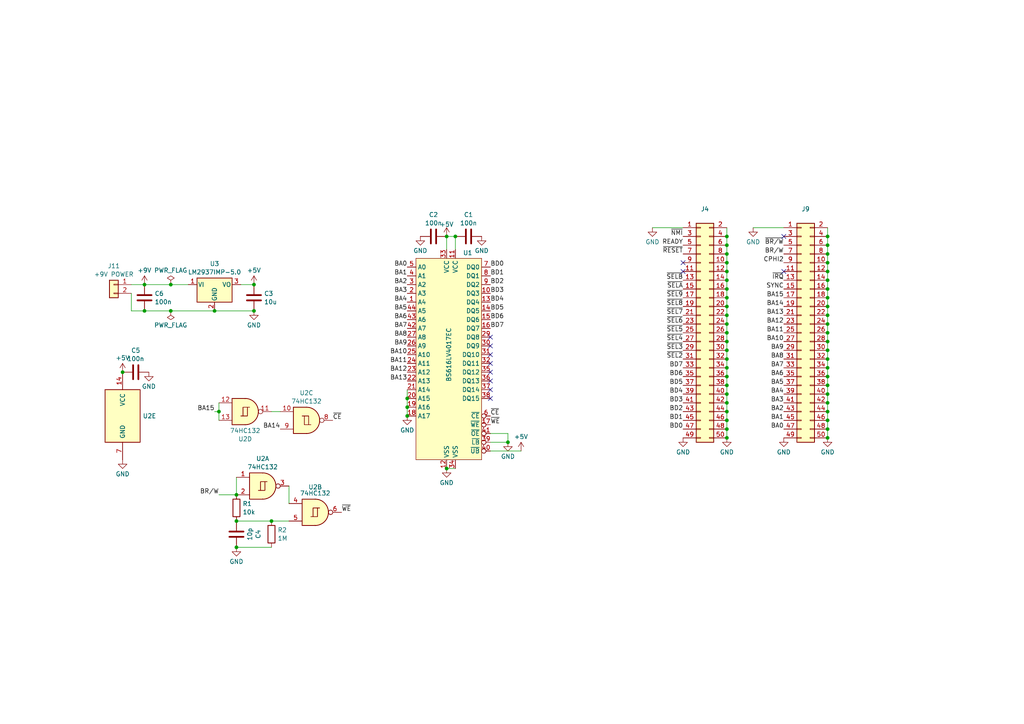
<source format=kicad_sch>
(kicad_sch (version 20230121) (generator eeschema)
  (paper "A4")
  (title_block (title "CBM PET SRAM Expansion") (date "2023-11-12") (rev "2") (company "CCC Basel"))
  (lib_symbols
    (symbol "74xx:74LS132" (pin_names (offset 1.016))
      (property "Reference" "U" (at 0 1.27 0))
      (property "Value" "74LS132" (at 0 -1.27 0))
      (symbol "74LS132_1_0"
        (polyline (pts (xy -0.635 -1.27) (xy -0.635 1.27) (xy 0.635 1.27)))
        (polyline (pts (xy -0.635 -1.27) (xy -0.635 1.27) (xy 0.635 1.27)))
        (polyline (pts (xy -1.27 -1.27) (xy 0.635 -1.27) (xy 0.635 1.27) (xy 1.27 1.27)))
        (polyline (pts (xy -1.27 -1.27) (xy 0.635 -1.27) (xy 0.635 1.27) (xy 1.27 1.27)))
      )
      (symbol "74LS132_1_1"
        (arc (start 0 -3.81) (mid 3.7934 0) (end 0 3.81) (stroke (width 0.254)) (fill (type background)))
        (polyline (pts (xy 0 3.81) (xy -3.81 3.81) (xy -3.81 -3.81) (xy 0 -3.81)) (stroke (width 0.254)) (fill (type background)))
        (pin input line (at -7.62 2.54 0) (length 3.81) (name "~") (number "1"))
        (pin input line (at -7.62 -2.54 0) (length 3.81) (name "~") (number "2"))
        (pin output inverted (at 7.62 0 180) (length 3.81) (name "~") (number "3"))
      )
      (symbol "74LS132_1_2"
        (arc (start -3.81 -3.81) (mid -2.589 0) (end -3.81 3.81) (stroke (width 0.254)))
        (arc (start -0.6096 -3.81) (mid 2.1842 -2.5851) (end 3.81 0) (stroke (width 0.254)) (fill (type background)))
        (polyline (pts (xy -3.81 -3.81) (xy -0.635 -3.81)) (stroke (width 0.254)) (fill (type background)))
        (polyline (pts (xy -3.81 3.81) (xy -0.635 3.81)) (stroke (width 0.254)) (fill (type background)))
        (polyline (pts (xy -0.635 3.81) (xy -3.81 3.81) (xy -3.81 3.81) (xy -3.556 3.4036) (xy -3.0226 2.2606) (xy -2.6924 1.0414) (xy -2.6162 -0.254) (xy -2.7686 -1.4986) (xy -3.175 -2.7178) (xy -3.81 -3.81) (xy -3.81 -3.81) (xy -0.635 -3.81)) (stroke (width -25.4)) (fill (type background)))
        (arc (start 3.81 0) (mid 2.1915 2.5936) (end -0.6096 3.81) (stroke (width 0.254)) (fill (type background)))
        (pin input inverted (at -7.62 2.54 0) (length 4.318) (name "~") (number "1"))
        (pin input inverted (at -7.62 -2.54 0) (length 4.318) (name "~") (number "2"))
        (pin output line (at 7.62 0 180) (length 3.81) (name "~") (number "3"))
      )
      (symbol "74LS132_2_0"
        (polyline (pts (xy -0.635 -1.27) (xy -0.635 1.27) (xy 0.635 1.27)))
        (polyline (pts (xy -0.635 -1.27) (xy -0.635 1.27) (xy 0.635 1.27)))
        (polyline (pts (xy -1.27 -1.27) (xy 0.635 -1.27) (xy 0.635 1.27) (xy 1.27 1.27)))
        (polyline (pts (xy -1.27 -1.27) (xy 0.635 -1.27) (xy 0.635 1.27) (xy 1.27 1.27)))
      )
      (symbol "74LS132_2_1"
        (arc (start 0 -3.81) (mid 3.7934 0) (end 0 3.81) (stroke (width 0.254)) (fill (type background)))
        (polyline (pts (xy 0 3.81) (xy -3.81 3.81) (xy -3.81 -3.81) (xy 0 -3.81)) (stroke (width 0.254)) (fill (type background)))
        (pin input line (at -7.62 2.54 0) (length 3.81) (name "~") (number "4"))
        (pin input line (at -7.62 -2.54 0) (length 3.81) (name "~") (number "5"))
        (pin output inverted (at 7.62 0 180) (length 3.81) (name "~") (number "6"))
      )
      (symbol "74LS132_2_2"
        (arc (start -3.81 -3.81) (mid -2.589 0) (end -3.81 3.81) (stroke (width 0.254)))
        (arc (start -0.6096 -3.81) (mid 2.1842 -2.5851) (end 3.81 0) (stroke (width 0.254)) (fill (type background)))
        (polyline (pts (xy -3.81 -3.81) (xy -0.635 -3.81)) (stroke (width 0.254)) (fill (type background)))
        (polyline (pts (xy -3.81 3.81) (xy -0.635 3.81)) (stroke (width 0.254)) (fill (type background)))
        (polyline (pts (xy -0.635 3.81) (xy -3.81 3.81) (xy -3.81 3.81) (xy -3.556 3.4036) (xy -3.0226 2.2606) (xy -2.6924 1.0414) (xy -2.6162 -0.254) (xy -2.7686 -1.4986) (xy -3.175 -2.7178) (xy -3.81 -3.81) (xy -3.81 -3.81) (xy -0.635 -3.81)) (stroke (width -25.4)) (fill (type background)))
        (arc (start 3.81 0) (mid 2.1915 2.5936) (end -0.6096 3.81) (stroke (width 0.254)) (fill (type background)))
        (pin input inverted (at -7.62 2.54 0) (length 4.318) (name "~") (number "4"))
        (pin input inverted (at -7.62 -2.54 0) (length 4.318) (name "~") (number "5"))
        (pin output line (at 7.62 0 180) (length 3.81) (name "~") (number "6"))
      )
      (symbol "74LS132_3_0"
        (polyline (pts (xy -0.635 -1.27) (xy -0.635 1.27) (xy 0.635 1.27)))
        (polyline (pts (xy -0.635 -1.27) (xy -0.635 1.27) (xy 0.635 1.27)))
        (polyline (pts (xy -1.27 -1.27) (xy 0.635 -1.27) (xy 0.635 1.27) (xy 1.27 1.27)))
        (polyline (pts (xy -1.27 -1.27) (xy 0.635 -1.27) (xy 0.635 1.27) (xy 1.27 1.27)))
      )
      (symbol "74LS132_3_1"
        (arc (start 0 -3.81) (mid 3.7934 0) (end 0 3.81) (stroke (width 0.254)) (fill (type background)))
        (polyline (pts (xy 0 3.81) (xy -3.81 3.81) (xy -3.81 -3.81) (xy 0 -3.81)) (stroke (width 0.254)) (fill (type background)))
        (pin input line (at -7.62 -2.54 0) (length 3.81) (name "~") (number "10"))
        (pin output inverted (at 7.62 0 180) (length 3.81) (name "~") (number "8"))
        (pin input line (at -7.62 2.54 0) (length 3.81) (name "~") (number "9"))
      )
      (symbol "74LS132_3_2"
        (arc (start -3.81 -3.81) (mid -2.589 0) (end -3.81 3.81) (stroke (width 0.254)))
        (arc (start -0.6096 -3.81) (mid 2.1842 -2.5851) (end 3.81 0) (stroke (width 0.254)) (fill (type background)))
        (polyline (pts (xy -3.81 -3.81) (xy -0.635 -3.81)) (stroke (width 0.254)) (fill (type background)))
        (polyline (pts (xy -3.81 3.81) (xy -0.635 3.81)) (stroke (width 0.254)) (fill (type background)))
        (polyline (pts (xy -0.635 3.81) (xy -3.81 3.81) (xy -3.81 3.81) (xy -3.556 3.4036) (xy -3.0226 2.2606) (xy -2.6924 1.0414) (xy -2.6162 -0.254) (xy -2.7686 -1.4986) (xy -3.175 -2.7178) (xy -3.81 -3.81) (xy -3.81 -3.81) (xy -0.635 -3.81)) (stroke (width -25.4)) (fill (type background)))
        (arc (start 3.81 0) (mid 2.1915 2.5936) (end -0.6096 3.81) (stroke (width 0.254)) (fill (type background)))
        (pin input inverted (at -7.62 -2.54 0) (length 4.318) (name "~") (number "10"))
        (pin output line (at 7.62 0 180) (length 3.81) (name "~") (number "8"))
        (pin input inverted (at -7.62 2.54 0) (length 4.318) (name "~") (number "9"))
      )
      (symbol "74LS132_4_0"
        (polyline (pts (xy -0.635 -1.27) (xy -0.635 1.27) (xy 0.635 1.27)))
        (polyline (pts (xy -0.635 -1.27) (xy -0.635 1.27) (xy 0.635 1.27)))
        (polyline (pts (xy -1.27 -1.27) (xy 0.635 -1.27) (xy 0.635 1.27) (xy 1.27 1.27)))
        (polyline (pts (xy -1.27 -1.27) (xy 0.635 -1.27) (xy 0.635 1.27) (xy 1.27 1.27)))
      )
      (symbol "74LS132_4_1"
        (arc (start 0 -3.81) (mid 3.7934 0) (end 0 3.81) (stroke (width 0.254)) (fill (type background)))
        (polyline (pts (xy 0 3.81) (xy -3.81 3.81) (xy -3.81 -3.81) (xy 0 -3.81)) (stroke (width 0.254)) (fill (type background)))
        (pin output inverted (at 7.62 0 180) (length 3.81) (name "~") (number "11"))
        (pin input line (at -7.62 2.54 0) (length 3.81) (name "~") (number "12"))
        (pin input line (at -7.62 -2.54 0) (length 3.81) (name "~") (number "13"))
      )
      (symbol "74LS132_4_2"
        (arc (start -3.81 -3.81) (mid -2.589 0) (end -3.81 3.81) (stroke (width 0.254)))
        (arc (start -0.6096 -3.81) (mid 2.1842 -2.5851) (end 3.81 0) (stroke (width 0.254)) (fill (type background)))
        (polyline (pts (xy -3.81 -3.81) (xy -0.635 -3.81)) (stroke (width 0.254)) (fill (type background)))
        (polyline (pts (xy -3.81 3.81) (xy -0.635 3.81)) (stroke (width 0.254)) (fill (type background)))
        (polyline (pts (xy -0.635 3.81) (xy -3.81 3.81) (xy -3.81 3.81) (xy -3.556 3.4036) (xy -3.0226 2.2606) (xy -2.6924 1.0414) (xy -2.6162 -0.254) (xy -2.7686 -1.4986) (xy -3.175 -2.7178) (xy -3.81 -3.81) (xy -3.81 -3.81) (xy -0.635 -3.81)) (stroke (width -25.4)) (fill (type background)))
        (arc (start 3.81 0) (mid 2.1915 2.5936) (end -0.6096 3.81) (stroke (width 0.254)) (fill (type background)))
        (pin output line (at 7.62 0 180) (length 3.81) (name "~") (number "11"))
        (pin input inverted (at -7.62 2.54 0) (length 4.318) (name "~") (number "12"))
        (pin input inverted (at -7.62 -2.54 0) (length 4.318) (name "~") (number "13"))
      )
      (symbol "74LS132_5_0"
        (pin power_in line (at 0 12.7 270) (length 5.08) (name "VCC") (number "14"))
        (pin power_in line (at 0 -12.7 90) (length 5.08) (name "GND") (number "7"))
      )
      (symbol "74LS132_5_1"
        (rectangle (start -5.08 7.62) (end 5.08 -7.62) (stroke (width 0.254)) (fill (type background)))
      )
    )
    (symbol "Connector_Generic:Conn_01x02" (pin_names (offset 1.016) hide)
      (property "Reference" "J" (at 0 2.54 0))
      (property "Value" "Conn_01x02" (at 0 -5.08 0))
      (symbol "Conn_01x02_1_1"
        (rectangle (start -1.27 -2.413) (end 0 -2.667) (stroke (width 0.1524)))
        (rectangle (start -1.27 0.127) (end 0 -0.127) (stroke (width 0.1524)))
        (rectangle (start -1.27 1.27) (end 1.27 -3.81) (stroke (width 0.254)) (fill (type background)))
        (pin passive line (at -5.08 0 0) (length 3.81) (name "Pin_1") (number "1"))
        (pin passive line (at -5.08 -2.54 0) (length 3.81) (name "Pin_2") (number "2"))
      )
    )
    (symbol "Connector_Generic:Conn_02x25_Odd_Even" (pin_names (offset 1.016) hide)
      (property "Reference" "J" (at 1.27 33.02 0))
      (property "Value" "Conn_02x25_Odd_Even" (at 1.27 -33.02 0))
      (symbol "Conn_02x25_Odd_Even_1_1"
        (rectangle (start -1.27 -30.353) (end 0 -30.607) (stroke (width 0.1524)))
        (rectangle (start -1.27 -27.813) (end 0 -28.067) (stroke (width 0.1524)))
        (rectangle (start -1.27 -25.273) (end 0 -25.527) (stroke (width 0.1524)))
        (rectangle (start -1.27 -22.733) (end 0 -22.987) (stroke (width 0.1524)))
        (rectangle (start -1.27 -20.193) (end 0 -20.447) (stroke (width 0.1524)))
        (rectangle (start -1.27 -17.653) (end 0 -17.907) (stroke (width 0.1524)))
        (rectangle (start -1.27 -15.113) (end 0 -15.367) (stroke (width 0.1524)))
        (rectangle (start -1.27 -12.573) (end 0 -12.827) (stroke (width 0.1524)))
        (rectangle (start -1.27 -10.033) (end 0 -10.287) (stroke (width 0.1524)))
        (rectangle (start -1.27 -7.493) (end 0 -7.747) (stroke (width 0.1524)))
        (rectangle (start -1.27 -4.953) (end 0 -5.207) (stroke (width 0.1524)))
        (rectangle (start -1.27 -2.413) (end 0 -2.667) (stroke (width 0.1524)))
        (rectangle (start -1.27 0.127) (end 0 -0.127) (stroke (width 0.1524)))
        (rectangle (start -1.27 2.667) (end 0 2.413) (stroke (width 0.1524)))
        (rectangle (start -1.27 5.207) (end 0 4.953) (stroke (width 0.1524)))
        (rectangle (start -1.27 7.747) (end 0 7.493) (stroke (width 0.1524)))
        (rectangle (start -1.27 10.287) (end 0 10.033) (stroke (width 0.1524)))
        (rectangle (start -1.27 12.827) (end 0 12.573) (stroke (width 0.1524)))
        (rectangle (start -1.27 15.367) (end 0 15.113) (stroke (width 0.1524)))
        (rectangle (start -1.27 17.907) (end 0 17.653) (stroke (width 0.1524)))
        (rectangle (start -1.27 20.447) (end 0 20.193) (stroke (width 0.1524)))
        (rectangle (start -1.27 22.987) (end 0 22.733) (stroke (width 0.1524)))
        (rectangle (start -1.27 25.527) (end 0 25.273) (stroke (width 0.1524)))
        (rectangle (start -1.27 28.067) (end 0 27.813) (stroke (width 0.1524)))
        (rectangle (start -1.27 30.607) (end 0 30.353) (stroke (width 0.1524)))
        (rectangle (start -1.27 31.75) (end 3.81 -31.75) (stroke (width 0.254)) (fill (type background)))
        (rectangle (start 3.81 -30.353) (end 2.54 -30.607) (stroke (width 0.1524)))
        (rectangle (start 3.81 -27.813) (end 2.54 -28.067) (stroke (width 0.1524)))
        (rectangle (start 3.81 -25.273) (end 2.54 -25.527) (stroke (width 0.1524)))
        (rectangle (start 3.81 -22.733) (end 2.54 -22.987) (stroke (width 0.1524)))
        (rectangle (start 3.81 -20.193) (end 2.54 -20.447) (stroke (width 0.1524)))
        (rectangle (start 3.81 -17.653) (end 2.54 -17.907) (stroke (width 0.1524)))
        (rectangle (start 3.81 -15.113) (end 2.54 -15.367) (stroke (width 0.1524)))
        (rectangle (start 3.81 -12.573) (end 2.54 -12.827) (stroke (width 0.1524)))
        (rectangle (start 3.81 -10.033) (end 2.54 -10.287) (stroke (width 0.1524)))
        (rectangle (start 3.81 -7.493) (end 2.54 -7.747) (stroke (width 0.1524)))
        (rectangle (start 3.81 -4.953) (end 2.54 -5.207) (stroke (width 0.1524)))
        (rectangle (start 3.81 -2.413) (end 2.54 -2.667) (stroke (width 0.1524)))
        (rectangle (start 3.81 0.127) (end 2.54 -0.127) (stroke (width 0.1524)))
        (rectangle (start 3.81 2.667) (end 2.54 2.413) (stroke (width 0.1524)))
        (rectangle (start 3.81 5.207) (end 2.54 4.953) (stroke (width 0.1524)))
        (rectangle (start 3.81 7.747) (end 2.54 7.493) (stroke (width 0.1524)))
        (rectangle (start 3.81 10.287) (end 2.54 10.033) (stroke (width 0.1524)))
        (rectangle (start 3.81 12.827) (end 2.54 12.573) (stroke (width 0.1524)))
        (rectangle (start 3.81 15.367) (end 2.54 15.113) (stroke (width 0.1524)))
        (rectangle (start 3.81 17.907) (end 2.54 17.653) (stroke (width 0.1524)))
        (rectangle (start 3.81 20.447) (end 2.54 20.193) (stroke (width 0.1524)))
        (rectangle (start 3.81 22.987) (end 2.54 22.733) (stroke (width 0.1524)))
        (rectangle (start 3.81 25.527) (end 2.54 25.273) (stroke (width 0.1524)))
        (rectangle (start 3.81 28.067) (end 2.54 27.813) (stroke (width 0.1524)))
        (rectangle (start 3.81 30.607) (end 2.54 30.353) (stroke (width 0.1524)))
        (pin passive line (at -5.08 30.48 0) (length 3.81) (name "Pin_1") (number "1"))
        (pin passive line (at 7.62 20.32 180) (length 3.81) (name "Pin_10") (number "10"))
        (pin passive line (at -5.08 17.78 0) (length 3.81) (name "Pin_11") (number "11"))
        (pin passive line (at 7.62 17.78 180) (length 3.81) (name "Pin_12") (number "12"))
        (pin passive line (at -5.08 15.24 0) (length 3.81) (name "Pin_13") (number "13"))
        (pin passive line (at 7.62 15.24 180) (length 3.81) (name "Pin_14") (number "14"))
        (pin passive line (at -5.08 12.7 0) (length 3.81) (name "Pin_15") (number "15"))
        (pin passive line (at 7.62 12.7 180) (length 3.81) (name "Pin_16") (number "16"))
        (pin passive line (at -5.08 10.16 0) (length 3.81) (name "Pin_17") (number "17"))
        (pin passive line (at 7.62 10.16 180) (length 3.81) (name "Pin_18") (number "18"))
        (pin passive line (at -5.08 7.62 0) (length 3.81) (name "Pin_19") (number "19"))
        (pin passive line (at 7.62 30.48 180) (length 3.81) (name "Pin_2") (number "2"))
        (pin passive line (at 7.62 7.62 180) (length 3.81) (name "Pin_20") (number "20"))
        (pin passive line (at -5.08 5.08 0) (length 3.81) (name "Pin_21") (number "21"))
        (pin passive line (at 7.62 5.08 180) (length 3.81) (name "Pin_22") (number "22"))
        (pin passive line (at -5.08 2.54 0) (length 3.81) (name "Pin_23") (number "23"))
        (pin passive line (at 7.62 2.54 180) (length 3.81) (name "Pin_24") (number "24"))
        (pin passive line (at -5.08 0 0) (length 3.81) (name "Pin_25") (number "25"))
        (pin passive line (at 7.62 0 180) (length 3.81) (name "Pin_26") (number "26"))
        (pin passive line (at -5.08 -2.54 0) (length 3.81) (name "Pin_27") (number "27"))
        (pin passive line (at 7.62 -2.54 180) (length 3.81) (name "Pin_28") (number "28"))
        (pin passive line (at -5.08 -5.08 0) (length 3.81) (name "Pin_29") (number "29"))
        (pin passive line (at -5.08 27.94 0) (length 3.81) (name "Pin_3") (number "3"))
        (pin passive line (at 7.62 -5.08 180) (length 3.81) (name "Pin_30") (number "30"))
        (pin passive line (at -5.08 -7.62 0) (length 3.81) (name "Pin_31") (number "31"))
        (pin passive line (at 7.62 -7.62 180) (length 3.81) (name "Pin_32") (number "32"))
        (pin passive line (at -5.08 -10.16 0) (length 3.81) (name "Pin_33") (number "33"))
        (pin passive line (at 7.62 -10.16 180) (length 3.81) (name "Pin_34") (number "34"))
        (pin passive line (at -5.08 -12.7 0) (length 3.81) (name "Pin_35") (number "35"))
        (pin passive line (at 7.62 -12.7 180) (length 3.81) (name "Pin_36") (number "36"))
        (pin passive line (at -5.08 -15.24 0) (length 3.81) (name "Pin_37") (number "37"))
        (pin passive line (at 7.62 -15.24 180) (length 3.81) (name "Pin_38") (number "38"))
        (pin passive line (at -5.08 -17.78 0) (length 3.81) (name "Pin_39") (number "39"))
        (pin passive line (at 7.62 27.94 180) (length 3.81) (name "Pin_4") (number "4"))
        (pin passive line (at 7.62 -17.78 180) (length 3.81) (name "Pin_40") (number "40"))
        (pin passive line (at -5.08 -20.32 0) (length 3.81) (name "Pin_41") (number "41"))
        (pin passive line (at 7.62 -20.32 180) (length 3.81) (name "Pin_42") (number "42"))
        (pin passive line (at -5.08 -22.86 0) (length 3.81) (name "Pin_43") (number "43"))
        (pin passive line (at 7.62 -22.86 180) (length 3.81) (name "Pin_44") (number "44"))
        (pin passive line (at -5.08 -25.4 0) (length 3.81) (name "Pin_45") (number "45"))
        (pin passive line (at 7.62 -25.4 180) (length 3.81) (name "Pin_46") (number "46"))
        (pin passive line (at -5.08 -27.94 0) (length 3.81) (name "Pin_47") (number "47"))
        (pin passive line (at 7.62 -27.94 180) (length 3.81) (name "Pin_48") (number "48"))
        (pin passive line (at -5.08 -30.48 0) (length 3.81) (name "Pin_49") (number "49"))
        (pin passive line (at -5.08 25.4 0) (length 3.81) (name "Pin_5") (number "5"))
        (pin passive line (at 7.62 -30.48 180) (length 3.81) (name "Pin_50") (number "50"))
        (pin passive line (at 7.62 25.4 180) (length 3.81) (name "Pin_6") (number "6"))
        (pin passive line (at -5.08 22.86 0) (length 3.81) (name "Pin_7") (number "7"))
        (pin passive line (at 7.62 22.86 180) (length 3.81) (name "Pin_8") (number "8"))
        (pin passive line (at -5.08 20.32 0) (length 3.81) (name "Pin_9") (number "9"))
      )
    )
    (symbol "Device:C" (pin_numbers hide) (pin_names (offset 0.254))
      (property "Reference" "C" (at 0.635 2.54 0))
      (property "Value" "C" (at 0.635 -2.54 0))
      (symbol "C_0_1"
        (polyline (pts (xy -2.032 -0.762) (xy 2.032 -0.762)) (stroke (width 0.508)))
        (polyline (pts (xy -2.032 0.762) (xy 2.032 0.762)) (stroke (width 0.508)))
      )
      (symbol "C_1_1"
        (pin passive line (at 0 3.81 270) (length 2.794) (name "~") (number "1"))
        (pin passive line (at 0 -3.81 90) (length 2.794) (name "~") (number "2"))
      )
    )
    (symbol "Device:R" (pin_numbers hide) (pin_names (offset 0))
      (property "Reference" "R" (at 2.032 0 90))
      (property "Value" "R" (at 0 0 90))
      (symbol "R_0_1"
        (rectangle (start -1.016 -2.54) (end 1.016 2.54) (stroke (width 0.254)))
      )
      (symbol "R_1_1"
        (pin passive line (at 0 3.81 270) (length 1.27) (name "~") (number "1"))
        (pin passive line (at 0 -3.81 90) (length 1.27) (name "~") (number "2"))
      )
    )
    (symbol "Regulator_Linear:LM2937xMP" (pin_names (offset 0.254))
      (property "Reference" "U" (at -3.81 3.175 0))
      (property "Value" "LM2937xMP" (at 0 3.175 0))
      (symbol "LM2937xMP_0_1"
        (rectangle (start -5.08 -5.08) (end 5.08 1.905) (stroke (width 0.254)) (fill (type background)))
      )
      (symbol "LM2937xMP_1_1"
        (pin power_in line (at -7.62 0 0) (length 2.54) (name "VI") (number "1"))
        (pin power_in line (at 0 -7.62 90) (length 2.54) (name "GND") (number "2"))
        (pin power_out line (at 7.62 0 180) (length 2.54) (name "VO") (number "3"))
      )
    )
    (symbol "oni:BS616LV4017EC"
      (property "Reference" "U" (at 5.08 -30.48 0))
      (property "Value" "BS616LV4017EC" (at 0 0 90))
      (symbol "BS616LV4017EC_1_1"
        (rectangle (start -10.16 29.21) (end 8.89 -29.21) (fill (type background)))
        (pin input line (at -12.7 16.51 0) (length 2.54) (name "A4") (number "1"))
        (pin tri_state line (at 11.43 19.05 180) (length 2.54) (name "DQ3") (number "10"))
        (pin power_in line (at 1.27 31.75 270) (length 2.54) (name "VCC") (number "11"))
        (pin power_in line (at -1.27 -31.75 90) (length 2.54) (name "VSS") (number "12"))
        (pin tri_state line (at 11.43 16.51 180) (length 2.54) (name "DQ4") (number "13"))
        (pin tri_state line (at 11.43 13.97 180) (length 2.54) (name "DQ5") (number "14"))
        (pin tri_state line (at 11.43 11.43 180) (length 2.54) (name "DQ6") (number "15"))
        (pin tri_state line (at 11.43 8.89 180) (length 2.54) (name "DQ7") (number "16"))
        (pin input inverted (at 11.43 -19.05 180) (length 2.54) (name "~{WE}") (number "17"))
        (pin input line (at -12.7 -16.51 0) (length 2.54) (name "A17") (number "18"))
        (pin input line (at -12.7 -13.97 0) (length 2.54) (name "A16") (number "19"))
        (pin input line (at -12.7 19.05 0) (length 2.54) (name "A3") (number "2"))
        (pin input line (at -12.7 -11.43 0) (length 2.54) (name "A15") (number "20"))
        (pin input line (at -12.7 -8.89 0) (length 2.54) (name "A14") (number "21"))
        (pin input line (at -12.7 -6.35 0) (length 2.54) (name "A13") (number "22"))
        (pin input line (at -12.7 -3.81 0) (length 2.54) (name "A12") (number "23"))
        (pin input line (at -12.7 -1.27 0) (length 2.54) (name "A11") (number "24"))
        (pin input line (at -12.7 1.27 0) (length 2.54) (name "A10") (number "25"))
        (pin input line (at -12.7 3.81 0) (length 2.54) (name "A9") (number "26"))
        (pin input line (at -12.7 6.35 0) (length 2.54) (name "A8") (number "27"))
        (pin no_connect line (at -12.7 -26.67 0) (length 2.54) hide (name "NC") (number "28"))
        (pin tri_state line (at 11.43 6.35 180) (length 2.54) (name "DQ8") (number "29"))
        (pin input line (at -12.7 21.59 0) (length 2.54) (name "A2") (number "3"))
        (pin tri_state line (at 11.43 3.81 180) (length 2.54) (name "DQ9") (number "30"))
        (pin tri_state line (at 11.43 1.27 180) (length 2.54) (name "DQ10") (number "31"))
        (pin tri_state line (at 11.43 -1.27 180) (length 2.54) (name "DQ11") (number "32"))
        (pin power_in line (at -1.27 31.75 270) (length 2.54) (name "VCC") (number "33"))
        (pin power_in line (at 1.27 -31.75 90) (length 2.54) (name "VSS") (number "34"))
        (pin tri_state line (at 11.43 -3.81 180) (length 2.54) (name "DQ12") (number "35"))
        (pin tri_state line (at 11.43 -6.35 180) (length 2.54) (name "DQ13") (number "36"))
        (pin tri_state line (at 11.43 -8.89 180) (length 2.54) (name "DQ14") (number "37"))
        (pin tri_state line (at 11.43 -11.43 180) (length 2.54) (name "DQ15") (number "38"))
        (pin input inverted (at 11.43 -24.13 180) (length 2.54) (name "~{LB}") (number "39"))
        (pin input line (at -12.7 24.13 0) (length 2.54) (name "A1") (number "4"))
        (pin input inverted (at 11.43 -26.67 180) (length 2.54) (name "~{UB}") (number "40"))
        (pin input inverted (at 11.43 -21.59 180) (length 2.54) (name "~{OE}") (number "41"))
        (pin input line (at -12.7 8.89 0) (length 2.54) (name "A7") (number "42"))
        (pin input line (at -12.7 11.43 0) (length 2.54) (name "A6") (number "43"))
        (pin input line (at -12.7 13.97 0) (length 2.54) (name "A5") (number "44"))
        (pin input line (at -12.7 26.67 0) (length 2.54) (name "A0") (number "5"))
        (pin input inverted (at 11.43 -16.51 180) (length 2.54) (name "~{CE}") (number "6"))
        (pin tri_state line (at 11.43 26.67 180) (length 2.54) (name "DQ0") (number "7"))
        (pin tri_state line (at 11.43 24.13 180) (length 2.54) (name "DQ1") (number "8"))
        (pin tri_state line (at 11.43 21.59 180) (length 2.54) (name "DQ2") (number "9"))
      )
    )
    (symbol "power:+5V" (power) (pin_names (offset 0))
      (property "Value" "+5V" (at 0 3.556 0))
      (symbol "+5V_0_1"
        (polyline (pts (xy -0.762 1.27) (xy 0 2.54)))
        (polyline (pts (xy 0 0) (xy 0 2.54)))
        (polyline (pts (xy 0 2.54) (xy 0.762 1.27)))
      )
      (symbol "+5V_1_1"
        (pin power_in line (at 0 0 90) (length 0) hide (name "+5V") (number "1"))
      )
    )
    (symbol "power:+9V" (power) (pin_names (offset 0))
      (property "Value" "+9V" (at 0 3.556 0))
      (symbol "+9V_0_1"
        (polyline (pts (xy -0.762 1.27) (xy 0 2.54)))
        (polyline (pts (xy 0 0) (xy 0 2.54)))
        (polyline (pts (xy 0 2.54) (xy 0.762 1.27)))
      )
      (symbol "+9V_1_1"
        (pin power_in line (at 0 0 90) (length 0) hide (name "+9V") (number "1"))
      )
    )
    (symbol "power:GND" (power) (pin_names (offset 0))
      (property "Value" "GND" (at 0 -3.81 0))
      (symbol "GND_0_1"
        (polyline (pts (xy 0 0) (xy 0 -1.27) (xy 1.27 -1.27) (xy 0 -2.54) (xy -1.27 -1.27) (xy 0 -1.27)))
      )
      (symbol "GND_1_1"
        (pin power_in line (at 0 0 270) (length 0) hide (name "GND") (number "1"))
      )
    )
    (symbol "power:PWR_FLAG" (power) (pin_numbers hide) (pin_names (offset 0) hide)
      (property "Value" "PWR_FLAG" (at 0 3.81 0))
      (symbol "PWR_FLAG_0_0"
        (pin power_out line (at 0 0 90) (length 0) (name "pwr") (number "1"))
      )
      (symbol "PWR_FLAG_0_1"
        (polyline (pts (xy 0 0) (xy 0 1.27) (xy -1.016 1.905) (xy 0 2.54) (xy 1.016 1.905) (xy 0 1.27)))
      )
    )
  )
  (junction (at 68.58 151.13))
  (junction (at 240.03 91.44))
  (junction (at 240.03 109.22))
  (junction (at 49.53 90.17))
  (junction (at 240.03 116.84))
  (junction (at 210.82 88.9))
  (junction (at 240.03 93.98))
  (junction (at 210.82 111.76))
  (junction (at 240.03 81.28))
  (junction (at 240.03 68.58))
  (junction (at 240.03 119.38))
  (junction (at 240.03 88.9))
  (junction (at 73.66 90.17))
  (junction (at 210.82 124.46))
  (junction (at 129.54 135.89))
  (junction (at 210.82 86.36))
  (junction (at 118.11 115.57))
  (junction (at 68.58 143.51))
  (junction (at 240.03 71.12))
  (junction (at 240.03 124.46))
  (junction (at 118.11 120.65))
  (junction (at 68.58 158.75))
  (junction (at 240.03 83.82))
  (junction (at 210.82 68.58))
  (junction (at 210.82 104.14))
  (junction (at 78.74 151.13))
  (junction (at 240.03 127))
  (junction (at 240.03 99.06))
  (junction (at 240.03 111.76))
  (junction (at 62.23 90.17))
  (junction (at 210.82 76.2))
  (junction (at 41.91 90.17))
  (junction (at 240.03 76.2))
  (junction (at 129.54 68.58))
  (junction (at 210.82 127))
  (junction (at 210.82 96.52))
  (junction (at 240.03 121.92))
  (junction (at 240.03 96.52))
  (junction (at 73.66 82.55))
  (junction (at 132.08 68.58))
  (junction (at 210.82 101.6))
  (junction (at 210.82 121.92))
  (junction (at 63.5 119.38))
  (junction (at 210.82 91.44))
  (junction (at 41.91 82.55))
  (junction (at 49.53 82.55))
  (junction (at 240.03 106.68))
  (junction (at 240.03 78.74))
  (junction (at 210.82 99.06))
  (junction (at 240.03 86.36))
  (junction (at 35.56 107.95))
  (junction (at 210.82 83.82))
  (junction (at 147.32 128.27))
  (junction (at 210.82 109.22))
  (junction (at 210.82 78.74))
  (junction (at 240.03 114.3))
  (junction (at 240.03 104.14))
  (junction (at 240.03 73.66))
  (junction (at 210.82 106.68))
  (junction (at 210.82 119.38))
  (junction (at 118.11 118.11))
  (junction (at 240.03 101.6))
  (junction (at 210.82 114.3))
  (junction (at 210.82 116.84))
  (junction (at 210.82 73.66))
  (junction (at 210.82 71.12))
  (junction (at 210.82 81.28))
  (junction (at 210.82 93.98))
  (no_connect (at 142.24 113.03))
  (no_connect (at 142.24 107.95))
  (no_connect (at 142.24 102.87))
  (no_connect (at 198.12 76.2))
  (no_connect (at 227.33 68.58))
  (no_connect (at 142.24 115.57))
  (no_connect (at 198.12 78.74))
  (no_connect (at 227.33 78.74))
  (no_connect (at 142.24 100.33))
  (no_connect (at 142.24 97.79))
  (no_connect (at 142.24 105.41))
  (no_connect (at 142.24 110.49))
  (wire (pts (xy 240.03 121.92) (xy 240.03 124.46)))
  (wire (pts (xy 210.82 116.84) (xy 210.82 119.38)))
  (wire (pts (xy 210.82 99.06) (xy 210.82 101.6)))
  (wire (pts (xy 210.82 78.74) (xy 210.82 81.28)))
  (wire (pts (xy 240.03 114.3) (xy 240.03 116.84)))
  (wire (pts (xy 210.82 83.82) (xy 210.82 86.36)))
  (wire (pts (xy 210.82 91.44) (xy 210.82 93.98)))
  (wire (pts (xy 41.91 90.17) (xy 49.53 90.17)))
  (wire (pts (xy 68.58 138.43) (xy 68.58 143.51)))
  (wire (pts (xy 118.11 118.11) (xy 118.11 120.65)))
  (wire (pts (xy 240.03 109.22) (xy 240.03 111.76)))
  (wire (pts (xy 240.03 99.06) (xy 240.03 101.6)))
  (wire (pts (xy 210.82 109.22) (xy 210.82 111.76)))
  (wire (pts (xy 62.23 119.38) (xy 63.5 119.38)))
  (wire (pts (xy 210.82 88.9) (xy 210.82 91.44)))
  (wire (pts (xy 38.1 82.55) (xy 41.91 82.55)))
  (wire (pts (xy 240.03 101.6) (xy 240.03 104.14)))
  (wire (pts (xy 118.11 113.03) (xy 118.11 115.57)))
  (wire (pts (xy 240.03 106.68) (xy 240.03 109.22)))
  (wire (pts (xy 63.5 143.51) (xy 68.58 143.51)))
  (wire (pts (xy 210.82 104.14) (xy 210.82 106.68)))
  (wire (pts (xy 240.03 111.76) (xy 240.03 114.3)))
  (wire (pts (xy 240.03 73.66) (xy 240.03 76.2)))
  (wire (pts (xy 210.82 96.52) (xy 210.82 99.06)))
  (wire (pts (xy 189.23 66.04) (xy 198.12 66.04)))
  (wire (pts (xy 38.1 90.17) (xy 41.91 90.17)))
  (wire (pts (xy 142.24 128.27) (xy 147.32 128.27)))
  (wire (pts (xy 118.11 115.57) (xy 118.11 118.11)))
  (wire (pts (xy 210.82 101.6) (xy 210.82 104.14)))
  (wire (pts (xy 210.82 71.12) (xy 210.82 73.66)))
  (wire (pts (xy 78.74 119.38) (xy 81.28 119.38)))
  (wire (pts (xy 240.03 116.84) (xy 240.03 119.38)))
  (wire (pts (xy 210.82 93.98) (xy 210.82 96.52)))
  (wire (pts (xy 63.5 119.38) (xy 63.5 121.92)))
  (wire (pts (xy 41.91 82.55) (xy 49.53 82.55)))
  (wire (pts (xy 210.82 124.46) (xy 210.82 127)))
  (wire (pts (xy 129.54 68.58) (xy 129.54 72.39)))
  (wire (pts (xy 210.82 76.2) (xy 210.82 78.74)))
  (wire (pts (xy 142.24 130.81) (xy 151.13 130.81)))
  (wire (pts (xy 210.82 106.68) (xy 210.82 109.22)))
  (wire (pts (xy 240.03 119.38) (xy 240.03 121.92)))
  (wire (pts (xy 240.03 66.04) (xy 240.03 68.58)))
  (wire (pts (xy 129.54 135.89) (xy 132.08 135.89)))
  (wire (pts (xy 218.44 66.04) (xy 227.33 66.04)))
  (wire (pts (xy 69.85 82.55) (xy 73.66 82.55)))
  (wire (pts (xy 63.5 119.38) (xy 63.5 116.84)))
  (wire (pts (xy 240.03 124.46) (xy 240.03 127)))
  (wire (pts (xy 210.82 121.92) (xy 210.82 124.46)))
  (wire (pts (xy 49.53 90.17) (xy 62.23 90.17)))
  (wire (pts (xy 147.32 125.73) (xy 147.32 128.27)))
  (wire (pts (xy 240.03 78.74) (xy 240.03 81.28)))
  (wire (pts (xy 210.82 111.76) (xy 210.82 114.3)))
  (wire (pts (xy 240.03 86.36) (xy 240.03 88.9)))
  (wire (pts (xy 240.03 88.9) (xy 240.03 91.44)))
  (wire (pts (xy 129.54 68.58) (xy 132.08 68.58)))
  (wire (pts (xy 240.03 96.52) (xy 240.03 99.06)))
  (wire (pts (xy 68.58 151.13) (xy 78.74 151.13)))
  (wire (pts (xy 240.03 91.44) (xy 240.03 93.98)))
  (wire (pts (xy 210.82 119.38) (xy 210.82 121.92)))
  (wire (pts (xy 78.74 151.13) (xy 83.82 151.13)))
  (wire (pts (xy 62.23 90.17) (xy 73.66 90.17)))
  (wire (pts (xy 210.82 66.04) (xy 210.82 68.58)))
  (wire (pts (xy 132.08 68.58) (xy 132.08 72.39)))
  (wire (pts (xy 83.82 140.97) (xy 83.82 146.05)))
  (wire (pts (xy 240.03 83.82) (xy 240.03 86.36)))
  (wire (pts (xy 210.82 68.58) (xy 210.82 71.12)))
  (wire (pts (xy 210.82 86.36) (xy 210.82 88.9)))
  (wire (pts (xy 240.03 93.98) (xy 240.03 96.52)))
  (wire (pts (xy 210.82 73.66) (xy 210.82 76.2)))
  (wire (pts (xy 240.03 81.28) (xy 240.03 83.82)))
  (wire (pts (xy 240.03 104.14) (xy 240.03 106.68)))
  (wire (pts (xy 210.82 114.3) (xy 210.82 116.84)))
  (wire (pts (xy 240.03 76.2) (xy 240.03 78.74)))
  (wire (pts (xy 240.03 68.58) (xy 240.03 71.12)))
  (wire (pts (xy 68.58 158.75) (xy 78.74 158.75)))
  (wire (pts (xy 49.53 82.55) (xy 54.61 82.55)))
  (wire (pts (xy 142.24 125.73) (xy 147.32 125.73)))
  (wire (pts (xy 38.1 90.17) (xy 38.1 85.09)))
  (wire (pts (xy 240.03 71.12) (xy 240.03 73.66)))
  (wire (pts (xy 210.82 81.28) (xy 210.82 83.82)))
  (label "BA10" (at 118.11 102.87 180))
  (label "~{SEL4}" (at 198.12 99.06 180))
  (label "BA3" (at 118.11 85.09 180))
  (label "BA10" (at 227.33 99.06 180))
  (label "BA3" (at 227.33 116.84 180))
  (label "BD5" (at 142.24 90.17 0))
  (label "~{RESET}" (at 198.12 73.66 180))
  (label "BA9" (at 227.33 101.6 180))
  (label "BA12" (at 118.11 107.95 180))
  (label "BD7" (at 198.12 106.68 180))
  (label "BA8" (at 227.33 104.14 180))
  (label "~{WE}" (at 99.06 148.59 0))
  (label "~{IRQ}" (at 227.33 81.28 180))
  (label "BA13" (at 118.11 110.49 180))
  (label "BA0" (at 227.33 124.46 180))
  (label "BD6" (at 142.24 92.71 0))
  (label "BA12" (at 227.33 93.98 180))
  (label "BD0" (at 198.12 124.46 180))
  (label "SYNC" (at 227.33 83.82 180))
  (label "BA13" (at 227.33 91.44 180))
  (label "BA15" (at 62.23 119.38 180))
  (label "BR{slash}W" (at 227.33 73.66 180))
  (label "BD1" (at 142.24 80.01 0))
  (label "BA11" (at 227.33 96.52 180))
  (label "BA15" (at 227.33 86.36 180))
  (label "BA5" (at 118.11 90.17 180))
  (label "BA6" (at 227.33 109.22 180))
  (label "~{SEL9}" (at 198.12 86.36 180))
  (label "BA4" (at 118.11 87.63 180))
  (label "~{CE}" (at 142.24 120.65 0))
  (label "~{SELB}" (at 198.12 81.28 180))
  (label "BD3" (at 142.24 85.09 0))
  (label "BA6" (at 118.11 92.71 180))
  (label "~{SEL3}" (at 198.12 101.6 180))
  (label "BA4" (at 227.33 114.3 180))
  (label "~{BR{slash}W}" (at 227.33 71.12 180))
  (label "~{SEL8}" (at 198.12 88.9 180))
  (label "BD6" (at 198.12 109.22 180))
  (label "BD2" (at 198.12 119.38 180))
  (label "CPHI2" (at 227.33 76.2 180))
  (label "BD4" (at 142.24 87.63 0))
  (label "~{NMI}" (at 198.12 68.58 180))
  (label "BD3" (at 198.12 116.84 180))
  (label "BA11" (at 118.11 105.41 180))
  (label "BA14" (at 227.33 88.9 180))
  (label "READY" (at 198.12 71.12 180))
  (label "~{SEL2}" (at 198.12 104.14 180))
  (label "BA9" (at 118.11 100.33 180))
  (label "BA2" (at 227.33 119.38 180))
  (label "BD7" (at 142.24 95.25 0))
  (label "BA7" (at 118.11 95.25 180))
  (label "BA5" (at 227.33 111.76 180))
  (label "BD5" (at 198.12 111.76 180))
  (label "BA0" (at 118.11 77.47 180))
  (label "BD4" (at 198.12 114.3 180))
  (label "BR{slash}W" (at 63.5 143.51 180))
  (label "BA14" (at 81.28 124.46 180))
  (label "~{SEL7}" (at 198.12 91.44 180))
  (label "BA1" (at 227.33 121.92 180))
  (label "~{SEL5}" (at 198.12 96.52 180))
  (label "~{WE}" (at 142.24 123.19 0))
  (label "~{SEL6}" (at 198.12 93.98 180))
  (label "BA1" (at 118.11 80.01 180))
  (label "BD1" (at 198.12 121.92 180))
  (label "BA2" (at 118.11 82.55 180))
  (label "BA7" (at 227.33 106.68 180))
  (label "BD0" (at 142.24 77.47 0))
  (label "BA8" (at 118.11 97.79 180))
  (label "~{SELA}" (at 198.12 83.82 180))
  (label "BD2" (at 142.24 82.55 0))
  (label "~{CE}" (at 96.52 121.92 0))
  (symbol (lib_id "power:GND") (at 227.33 127 0) (unit 1)
    (property "Reference" "#PWR011" (effects hide))
    (property "Value" "GND" (at 227.33 131.1331 0))
  )
  (symbol (lib_id "power:GND") (at 35.56 133.35 0) (unit 1)
    (property "Reference" "#PWR016" (effects hide))
    (property "Value" "GND" (at 35.56 137.4831 0))
  )
  (symbol (lib_id "power:GND") (at 218.44 66.04 0) (unit 1)
    (property "Reference" "#PWR010" (effects hide))
    (property "Value" "GND" (at 218.44 70.1731 0))
  )
  (symbol (lib_id "74xx:74LS132") (at 71.12 119.38 0) (unit 4)
    (property "Reference" "U2" (at 71.1117 127.3343 0))
    (property "Value" "74HC132" (at 71.1117 124.9101 0))
    (property "Footprint" "Package_SO:SOIC-14_3.9x8.7mm_P1.27mm" (effects hide))
    (property "Datasheet" "http://www.ti.com/lit/gpn/sn74LS132" (effects hide))
  )
  (symbol (lib_id "Connector_Generic:Conn_01x02") (at 33.02 82.55 0) (mirror y) (unit 1)
    (property "Reference" "J11" (at 33.02 77.1357 0))
    (property "Value" "+9V POWER" (at 33.02 79.5599 0))
    (property "Footprint" "Connector_PinHeader_2.54mm:PinHeader_1x02_P2.54mm_Horizontal" (effects hide))
  )
  (symbol (lib_id "power:GND") (at 210.82 127 0) (unit 1)
    (property "Reference" "#PWR07" (effects hide))
    (property "Value" "GND" (at 210.82 131.1331 0))
  )
  (symbol (lib_id "Device:C") (at 39.37 107.95 90) (unit 1)
    (property "Reference" "C5" (at 39.37 101.6467 90))
    (property "Value" "100n" (at 39.37 104.0709 90))
    (property "Footprint" "Capacitor_SMD:C_0805_2012Metric" (effects hide))
  )
  (symbol (lib_id "power:+5V") (at 129.54 68.58 0) (unit 1)
    (property "Reference" "#PWR04" (effects hide))
    (property "Value" "+5V" (at 129.54 65.0819 0))
  )
  (symbol (lib_id "power:GND") (at 121.92 68.58 0) (unit 1)
    (property "Reference" "#PWR06" (effects hide))
    (property "Value" "GND" (at 121.92 72.7131 0))
  )
  (symbol (lib_id "Device:R") (at 68.58 147.32 180) (unit 1)
    (property "Reference" "R1" (at 70.358 146.1079 0) (effects (justify right)))
    (property "Value" "10k" (at 70.358 148.5321 0) (effects (justify right)))
    (property "Footprint" "Resistor_SMD:R_0805_2012Metric" (effects hide))
  )
  (symbol (lib_id "power:GND") (at 147.32 128.27 0) (unit 1)
    (property "Reference" "#PWR013" (effects hide))
    (property "Value" "GND" (at 147.32 132.4031 0))
  )
  (symbol (lib_id "power:GND") (at 189.23 66.04 0) (unit 1)
    (property "Reference" "#PWR09" (effects hide))
    (property "Value" "GND" (at 189.23 70.1731 0))
  )
  (symbol (lib_id "Connector_Generic:Conn_02x25_Odd_Even") (at 232.41 96.52 0) (unit 1)
    (property "Reference" "J9" (at 233.68 60.6257 0))
    (property "Value" "J9" (effects hide))
    (property "Footprint" "Connector_PinSocket_2.54mm:PinSocket_2x25_P2.54mm_Vertical" (effects hide))
  )
  (symbol (lib_id "Device:C") (at 41.91 86.36 180) (unit 1)
    (property "Reference" "C6" (at 44.831 85.1479 0) (effects (justify right)))
    (property "Value" "100n" (at 44.831 87.5721 0) (effects (justify right)))
    (property "Footprint" "Capacitor_SMD:C_0805_2012Metric" (effects hide))
  )
  (symbol (lib_id "power:PWR_FLAG") (at 49.53 90.17 180) (unit 1)
    (property "Reference" "#FLG01" (effects hide))
    (property "Value" "PWR_FLAG" (at 49.53 94.3031 0))
  )
  (symbol (lib_id "74xx:74LS132") (at 35.56 120.65 0) (unit 5)
    (property "Reference" "U2" (at 41.402 120.65 0) (effects (justify left)))
    (property "Value" "74HC132" (effects hide))
    (property "Footprint" "Package_SO:SOIC-14_3.9x8.7mm_P1.27mm" (effects hide))
    (property "Datasheet" "http://www.ti.com/lit/gpn/sn74LS132" (effects hide))
  )
  (symbol (lib_id "power:+5V") (at 35.56 107.95 0) (unit 1)
    (property "Reference" "#PWR017" (effects hide))
    (property "Value" "+5V" (at 35.56 103.8169 0))
  )
  (symbol (lib_id "power:GND") (at 43.18 107.95 0) (unit 1)
    (property "Reference" "#PWR018" (effects hide))
    (property "Value" "GND" (at 43.18 112.0831 0))
  )
  (symbol (lib_id "power:GND") (at 68.58 158.75 0) (unit 1)
    (property "Reference" "#PWR020" (effects hide))
    (property "Value" "GND" (at 68.58 162.8831 0))
  )
  (symbol (lib_id "74xx:74LS132") (at 91.44 148.59 0) (unit 2)
    (property "Reference" "U2" (at 91.4317 141.2707 0))
    (property "Value" "74HC132" (at 91.4317 143.0599 0))
    (property "Footprint" "Package_SO:SOIC-14_3.9x8.7mm_P1.27mm" (effects hide))
    (property "Datasheet" "http://www.ti.com/lit/gpn/sn74LS132" (effects hide))
  )
  (symbol (lib_id "Device:C") (at 125.73 68.58 90) (unit 1)
    (property "Reference" "C2" (at 125.73 62.2767 90))
    (property "Value" "100n" (at 125.73 64.7009 90))
    (property "Footprint" "Capacitor_SMD:C_0805_2012Metric" (effects hide))
  )
  (symbol (lib_id "Device:C") (at 68.58 154.94 0) (unit 1)
    (property "Reference" "C4" (at 74.8833 154.94 90))
    (property "Value" "10p" (at 72.4591 154.94 90))
    (property "Footprint" "Capacitor_SMD:C_0805_2012Metric" (effects hide))
  )
  (symbol (lib_id "power:+5V") (at 151.13 130.81 0) (unit 1)
    (property "Reference" "#PWR014" (effects hide))
    (property "Value" "+5V" (at 151.13 126.6769 0))
  )
  (symbol (lib_id "power:GND") (at 198.12 127 0) (unit 1)
    (property "Reference" "#PWR08" (effects hide))
    (property "Value" "GND" (at 198.12 131.1331 0))
  )
  (symbol (lib_id "74xx:74LS132") (at 88.9 121.92 0) (mirror x) (unit 3)
    (property "Reference" "U2" (at 88.8917 113.9657 0))
    (property "Value" "74HC132" (at 88.8917 116.3899 0))
    (property "Footprint" "Package_SO:SOIC-14_3.9x8.7mm_P1.27mm" (effects hide))
    (property "Datasheet" "http://www.ti.com/lit/gpn/sn74LS132" (effects hide))
  )
  (symbol (lib_id "Device:C") (at 135.89 68.58 90) (unit 1)
    (property "Reference" "C1" (at 135.89 62.2767 90))
    (property "Value" "100n" (at 135.89 64.7009 90))
    (property "Footprint" "Capacitor_SMD:C_0805_2012Metric" (effects hide))
  )
  (symbol (lib_id "power:GND") (at 240.03 127 0) (unit 1)
    (property "Reference" "#PWR012" (effects hide))
    (property "Value" "GND" (at 240.03 131.1331 0))
  )
  (symbol (lib_id "74xx:74LS132") (at 76.2 140.97 0) (unit 1)
    (property "Reference" "U2" (at 76.1917 133.0157 0))
    (property "Value" "74HC132" (at 76.1917 135.4399 0))
    (property "Footprint" "Package_SO:SOIC-14_3.9x8.7mm_P1.27mm" (effects hide))
    (property "Datasheet" "http://www.ti.com/lit/gpn/sn74LS132" (effects hide))
  )
  (symbol (lib_id "power:GND") (at 118.11 120.65 0) (unit 1)
    (property "Reference" "#PWR015" (effects hide))
    (property "Value" "GND" (at 118.11 124.7831 0))
  )
  (symbol (lib_id "oni:BS616LV4017EC") (at 130.81 104.14 0) (unit 1)
    (property "Reference" "U1" (at 134.2741 73.3369 0) (effects (justify left)))
    (property "Value" "BS616LV4017EC" (at 130.175 102.87 90))
    (property "Footprint" "Package_SO:TSOP-II-44_10.16x18.41mm_P0.8mm" (effects hide))
    (property "Datasheet" "https://www.farnell.com/datasheets/4474.pdf" (effects hide))
  )
  (symbol (lib_id "power:PWR_FLAG") (at 49.53 82.55 0) (unit 1)
    (property "Reference" "#FLG02" (effects hide))
    (property "Value" "PWR_FLAG" (at 49.53 78.4169 0))
  )
  (symbol (lib_id "Device:C") (at 73.66 86.36 180) (unit 1)
    (property "Reference" "C3" (at 76.581 85.1479 0) (effects (justify right)))
    (property "Value" "10u" (at 76.581 87.5721 0) (effects (justify right)))
    (property "Footprint" "Capacitor_SMD:C_0805_2012Metric" (effects hide))
  )
  (symbol (lib_id "power:GND") (at 129.54 135.89 0) (unit 1)
    (property "Reference" "#PWR03" (effects hide))
    (property "Value" "GND" (at 129.54 140.0231 0))
  )
  (symbol (lib_id "Device:R") (at 78.74 154.94 180) (unit 1)
    (property "Reference" "R2" (at 80.518 153.7279 0) (effects (justify right)))
    (property "Value" "1M" (at 80.518 156.1521 0) (effects (justify right)))
    (property "Footprint" "Resistor_SMD:R_0805_2012Metric" (effects hide))
  )
  (symbol (lib_id "Connector_Generic:Conn_02x25_Odd_Even") (at 203.2 96.52 0) (unit 1)
    (property "Reference" "J4" (at 204.47 60.6257 0))
    (property "Value" "J4" (effects hide))
    (property "Footprint" "Connector_PinSocket_2.54mm:PinSocket_2x25_P2.54mm_Vertical" (effects hide))
  )
  (symbol (lib_id "power:+9V") (at 41.91 82.55 0) (unit 1)
    (property "Reference" "#PWR019" (effects hide))
    (property "Value" "+9V" (at 41.91 78.4169 0))
  )
  (symbol (lib_id "power:GND") (at 73.66 90.17 0) (unit 1)
    (property "Reference" "#PWR02" (effects hide))
    (property "Value" "GND" (at 73.66 94.3031 0))
  )
  (symbol (lib_id "Regulator_Linear:LM2937xMP") (at 62.23 82.55 0) (unit 1)
    (property "Reference" "U3" (at 62.23 76.5007 0))
    (property "Value" "LM2937IMP-5.0" (at 62.23 78.9249 0))
    (property "Footprint" "Package_TO_SOT_SMD:SOT-223-3_TabPin2" (effects hide))
    (property "Datasheet" "http://www.ti.com/lit/ds/symlink/lm2937.pdf" (effects hide))
  )
  (symbol (lib_id "power:+5V") (at 73.66 82.55 0) (unit 1)
    (property "Reference" "#PWR01" (effects hide))
    (property "Value" "+5V" (at 73.66 78.4169 0))
  )
  (symbol (lib_id "power:GND") (at 139.7 68.58 0) (unit 1)
    (property "Reference" "#PWR05" (effects hide))
    (property "Value" "GND" (at 139.7 72.7131 0))
  )
)
</source>
